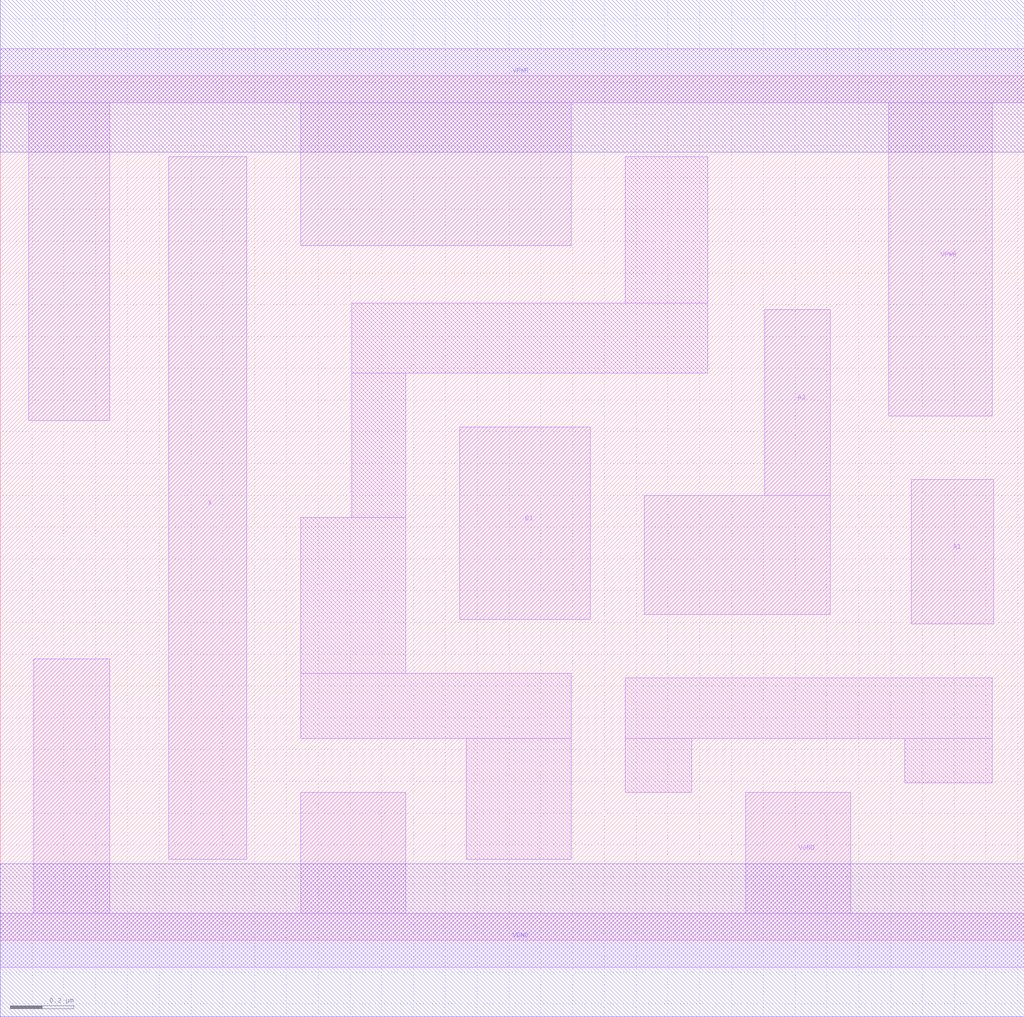
<source format=lef>
# Copyright 2020 The SkyWater PDK Authors
#
# Licensed under the Apache License, Version 2.0 (the "License");
# you may not use this file except in compliance with the License.
# You may obtain a copy of the License at
#
#     https://www.apache.org/licenses/LICENSE-2.0
#
# Unless required by applicable law or agreed to in writing, software
# distributed under the License is distributed on an "AS IS" BASIS,
# WITHOUT WARRANTIES OR CONDITIONS OF ANY KIND, either express or implied.
# See the License for the specific language governing permissions and
# limitations under the License.
#
# SPDX-License-Identifier: Apache-2.0

VERSION 5.5 ;
NAMESCASESENSITIVE ON ;
BUSBITCHARS "[]" ;
DIVIDERCHAR "/" ;
MACRO sky130_fd_sc_hd__o21a_2
  CLASS CORE ;
  SOURCE USER ;
  ORIGIN  0.000000  0.000000 ;
  SIZE  3.220000 BY  2.720000 ;
  SYMMETRY X Y R90 ;
  SITE unithd ;
  PIN A1
    ANTENNAGATEAREA  0.247500 ;
    DIRECTION INPUT ;
    USE SIGNAL ;
    PORT
      LAYER li1 ;
        RECT 2.865000 0.995000 3.125000 1.450000 ;
    END
  END A1
  PIN A2
    ANTENNAGATEAREA  0.247500 ;
    DIRECTION INPUT ;
    USE SIGNAL ;
    PORT
      LAYER li1 ;
        RECT 2.025000 1.025000 2.610000 1.400000 ;
        RECT 2.405000 1.400000 2.610000 1.985000 ;
    END
  END A2
  PIN B1
    ANTENNAGATEAREA  0.247500 ;
    DIRECTION INPUT ;
    USE SIGNAL ;
    PORT
      LAYER li1 ;
        RECT 1.445000 1.010000 1.855000 1.615000 ;
    END
  END B1
  PIN X
    ANTENNADIFFAREA  0.453750 ;
    DIRECTION OUTPUT ;
    USE SIGNAL ;
    PORT
      LAYER li1 ;
        RECT 0.530000 0.255000 0.775000 2.465000 ;
    END
  END X
  PIN VGND
    DIRECTION INOUT ;
    SHAPE ABUTMENT ;
    USE GROUND ;
    PORT
      LAYER li1 ;
        RECT 0.000000 -0.085000 3.220000 0.085000 ;
        RECT 0.105000  0.085000 0.345000 0.885000 ;
        RECT 0.945000  0.085000 1.275000 0.465000 ;
        RECT 2.345000  0.085000 2.675000 0.465000 ;
    END
    PORT
      LAYER met1 ;
        RECT 0.000000 -0.240000 3.220000 0.240000 ;
    END
  END VGND
  PIN VNB
    DIRECTION INOUT ;
    USE GROUND ;
    PORT
    END
  END VNB
  PIN VPB
    DIRECTION INOUT ;
    USE POWER ;
    PORT
    END
  END VPB
  PIN VPWR
    DIRECTION INOUT ;
    SHAPE ABUTMENT ;
    USE POWER ;
    PORT
      LAYER li1 ;
        RECT 0.000000 2.635000 3.220000 2.805000 ;
        RECT 0.090000 1.635000 0.345000 2.635000 ;
        RECT 0.945000 2.185000 1.795000 2.635000 ;
        RECT 2.795000 1.650000 3.120000 2.635000 ;
    END
    PORT
      LAYER met1 ;
        RECT 0.000000 2.480000 3.220000 2.960000 ;
    END
  END VPWR
  OBS
    LAYER li1 ;
      RECT 0.945000 0.635000 1.795000 0.840000 ;
      RECT 0.945000 0.840000 1.275000 1.330000 ;
      RECT 1.105000 1.330000 1.275000 1.785000 ;
      RECT 1.105000 1.785000 2.225000 2.005000 ;
      RECT 1.465000 0.255000 1.795000 0.635000 ;
      RECT 1.965000 0.465000 2.175000 0.635000 ;
      RECT 1.965000 0.635000 3.120000 0.825000 ;
      RECT 1.965000 2.005000 2.225000 2.465000 ;
      RECT 2.845000 0.495000 3.120000 0.635000 ;
  END
END sky130_fd_sc_hd__o21a_2
END LIBRARY

</source>
